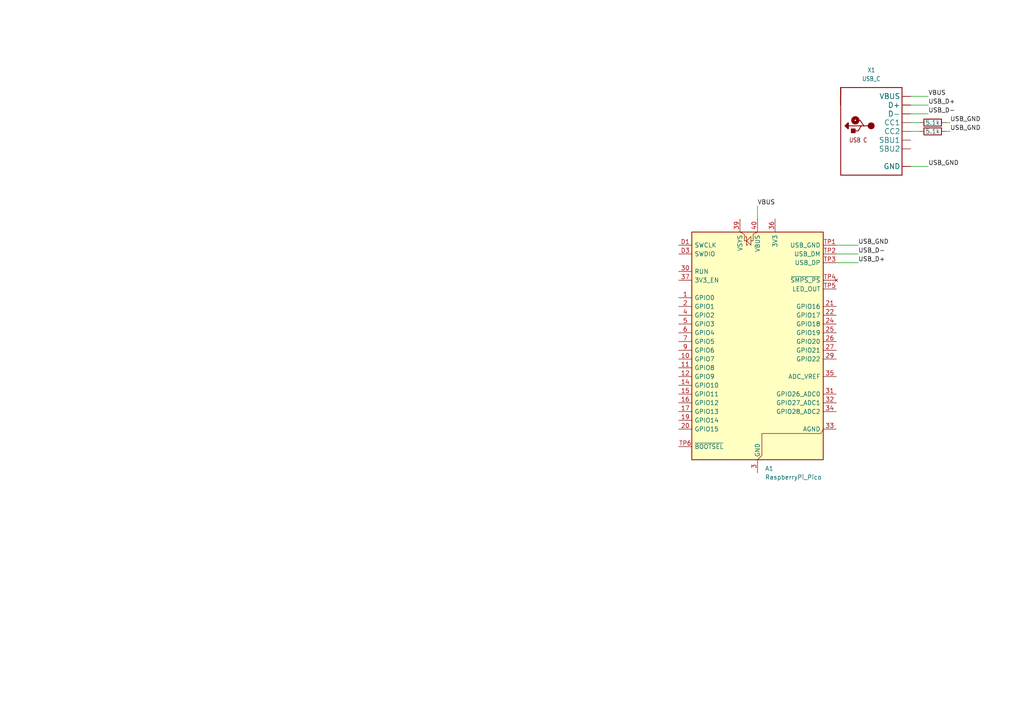
<source format=kicad_sch>
(kicad_sch (version 20250114) (generator "eeschema") (generator_version "9.0")
  (paper "A4")
  (lib_symbols
    (symbol "Device:R" (pin_numbers (hide yes)) (pin_names (offset 0))
      (property "Reference" "R" (at 2.032 0 90))
      (property "Value" "R" (at 0 0 90))
      (symbol "R_0_1"
        (rectangle (start -1.016 -2.54) (end 1.016 2.54) (stroke (width 0.254)))
      )
      (symbol "R_1_1"
        (pin passive line (at 0 3.81 270) (length 1.27) (name "~") (number "1"))
        (pin passive line (at 0 -3.81 90) (length 1.27) (name "~") (number "2"))
      )
    )
    (symbol "MCU_Module:RaspberryPi_Pico_Extensive" (pin_names (offset 0.762))
      (property "Reference" "A" (at -19.05 35.56 0))
      (property "Value" "RaspberryPi_Pico" (at 7.62 35.56 0))
      (symbol "RaspberryPi_Pico_Extensive_0_1"
        (rectangle (start -19.05 34.29) (end 19.05 -31.75) (stroke (width 0.254)) (fill (type background)))
        (polyline (pts (xy -5.08 34.29) (xy -3.81 33.655) (xy -3.81 31.75) (xy -3.175 31.75)))
        (polyline (pts (xy -3.429 32.766) (xy -3.429 33.02) (xy -3.175 33.02) (xy -3.175 30.48) (xy -2.921 30.48) (xy -2.921 30.734)))
        (polyline (pts (xy -3.175 31.75) (xy -1.905 33.02) (xy -1.905 30.48) (xy -3.175 31.75)))
        (polyline (pts (xy 0 34.29) (xy -1.27 33.655) (xy -1.27 31.75) (xy -1.905 31.75)))
        (polyline (pts (xy 0 -31.75) (xy 1.27 -30.48) (xy 1.27 -24.13) (xy 18.415 -24.13) (xy 19.05 -22.86)))
      )
      (symbol "RaspberryPi_Pico_Extensive_1_1"
        (pin input line (at -22.86 30.48 0) (length 3.81) (name "SWCLK") (number "D1"))
        (pin bidirectional line (at -22.86 27.94 0) (length 3.81) (name "SWDIO") (number "D3"))
        (pin passive line (at -22.86 22.86 0) (length 3.81) (name "RUN") (number "30"))
        (pin passive line (at -22.86 20.32 0) (length 3.81) (name "3V3_EN") (number "37"))
        (pin bidirectional line (at -22.86 15.24 0) (length 3.81) (name "GPIO0") (number "1"))
        (pin bidirectional line (at -22.86 12.7 0) (length 3.81) (name "GPIO1") (number "2"))
        (pin bidirectional line (at -22.86 10.16 0) (length 3.81) (name "GPIO2") (number "4"))
        (pin bidirectional line (at -22.86 7.62 0) (length 3.81) (name "GPIO3") (number "5"))
        (pin bidirectional line (at -22.86 5.08 0) (length 3.81) (name "GPIO4") (number "6"))
        (pin bidirectional line (at -22.86 2.54 0) (length 3.81) (name "GPIO5") (number "7"))
        (pin bidirectional line (at -22.86 0 0) (length 3.81) (name "GPIO6") (number "9"))
        (pin bidirectional line (at -22.86 -2.54 0) (length 3.81) (name "GPIO7") (number "10"))
        (pin bidirectional line (at -22.86 -5.08 0) (length 3.81) (name "GPIO8") (number "11"))
        (pin bidirectional line (at -22.86 -7.62 0) (length 3.81) (name "GPIO9") (number "12"))
        (pin bidirectional line (at -22.86 -10.16 0) (length 3.81) (name "GPIO10") (number "14"))
        (pin bidirectional line (at -22.86 -12.7 0) (length 3.81) (name "GPIO11") (number "15"))
        (pin bidirectional line (at -22.86 -15.24 0) (length 3.81) (name "GPIO12") (number "16"))
        (pin bidirectional line (at -22.86 -17.78 0) (length 3.81) (name "GPIO13") (number "17"))
        (pin bidirectional line (at -22.86 -20.32 0) (length 3.81) (name "GPIO14") (number "19"))
        (pin bidirectional line (at -22.86 -22.86 0) (length 3.81) (name "GPIO15") (number "20"))
        (pin input line (at -22.86 -27.94 0) (length 3.81) (name "~{BOOTSEL}") (number "TP6"))
        (pin power_in line (at -5.08 38.1 270) (length 3.81) (name "VSYS") (number "39"))
        (pin power_out line (at 0 38.1 270) (length 3.81) (name "VBUS") (number "40"))
        (pin passive line (at 0 -35.56 90) (length 3.81) (hide yes) (name "GND") (number "13"))
        (pin passive line (at 0 -35.56 90) (length 3.81) (hide yes) (name "GND") (number "18"))
        (pin passive line (at 0 -35.56 90) (length 3.81) (hide yes) (name "GND") (number "23"))
        (pin passive line (at 0 -35.56 90) (length 3.81) (hide yes) (name "GND") (number "28"))
        (pin power_out line (at 0 -35.56 90) (length 3.81) (name "GND") (number "3"))
        (pin passive line (at 0 -35.56 90) (length 3.81) (hide yes) (name "GND") (number "38"))
        (pin passive line (at 0 -35.56 90) (length 3.81) (hide yes) (name "GND") (number "8"))
        (pin passive line (at 0 -35.56 90) (length 3.81) (hide yes) (name "GND") (number "D2"))
        (pin power_out line (at 5.08 38.1 270) (length 3.81) (name "3V3") (number "36"))
        (pin power_out line (at 22.86 30.48 180) (length 3.81) (name "USB_GND") (number "TP1"))
        (pin bidirectional line (at 22.86 27.94 180) (length 3.81) (name "USB_DM") (number "TP2"))
        (pin bidirectional line (at 22.86 25.4 180) (length 3.81) (name "USB_DP") (number "TP3"))
        (pin no_connect line (at 22.86 20.32 180) (length 3.81) (name "~{SMPS_PS}") (number "TP4"))
        (pin output line (at 22.86 17.78 180) (length 3.81) (name "LED_OUT") (number "TP5"))
        (pin bidirectional line (at 22.86 12.7 180) (length 3.81) (name "GPIO16") (number "21"))
        (pin bidirectional line (at 22.86 10.16 180) (length 3.81) (name "GPIO17") (number "22"))
        (pin bidirectional line (at 22.86 7.62 180) (length 3.81) (name "GPIO18") (number "24"))
        (pin bidirectional line (at 22.86 5.08 180) (length 3.81) (name "GPIO19") (number "25"))
        (pin bidirectional line (at 22.86 2.54 180) (length 3.81) (name "GPIO20") (number "26"))
        (pin bidirectional line (at 22.86 0 180) (length 3.81) (name "GPIO21") (number "27"))
        (pin bidirectional line (at 22.86 -2.54 180) (length 3.81) (name "GPIO22") (number "29"))
        (pin power_in line (at 22.86 -7.62 180) (length 3.81) (name "ADC_VREF") (number "35"))
        (pin bidirectional line (at 22.86 -12.7 180) (length 3.81) (name "GPIO26_ADC0") (number "31"))
        (pin bidirectional line (at 22.86 -15.24 180) (length 3.81) (name "GPIO27_ADC1") (number "32"))
        (pin bidirectional line (at 22.86 -17.78 180) (length 3.81) (name "GPIO28_ADC2") (number "34"))
        (pin power_out line (at 22.86 -22.86 180) (length 3.81) (name "AGND") (number "33"))
      )
    )
    (symbol "macro-deck-imported:USB_C"
      (property "Reference" "X1" (at -10.16 -14.224 0))
      (property "Value" "USB_C" (at -10.16 -12.7 0))
      (symbol "USB_C_1_0"
        (polyline (pts (xy -10.2 7.62) (xy -10.16 12.7)) (stroke (width 0.254)))
        (polyline (pts (xy -10.16 12.7) (xy -10.16 -12.7)) (stroke (width 0.254)))
        (polyline (pts (xy -10.16 12.7) (xy 7.62 12.7)) (stroke (width 0.254)))
        (polyline (pts (xy -10.16 -12.7) (xy 7.62 -12.7)) (stroke (width 0.254)))
        (polyline (pts (xy -8.92 1.6) (xy -8.12 2.4)) (stroke (width 0.254)))
        (polyline (pts (xy -8.52 1.6) (xy -8.52 1.4)) (stroke (width 0.254)))
        (polyline (pts (xy -8.52 1.4) (xy -8.32 1.2)) (stroke (width 0.254)))
        (polyline (pts (xy -8.32 2) (xy -8.72 1.6)) (stroke (width 0.254)))
        (polyline (pts (xy -8.32 1.2) (xy -8.32 2)) (stroke (width 0.254)))
        (polyline (pts (xy -8.12 2.4) (xy -7.92 2.4)) (stroke (width 0.254)))
        (polyline (pts (xy -8.12 1) (xy -8.12 2.4)) (stroke (width 0.254)))
        (polyline (pts (xy -8.12 0.8) (xy -8.92 1.6)) (stroke (width 0.254)))
        (polyline (pts (xy -7.92 2.4) (xy -7.92 1.6)) (stroke (width 0.254)))
        (polyline (pts (xy -7.92 1.6) (xy -7.92 0.8)) (stroke (width 0.254)))
        (polyline (pts (xy -7.92 0.8) (xy -8.12 0.8)) (stroke (width 0.254)))
        (rectangle (start -7.12 -0.45) (end -5.92 0.75) (fill (type outline)))
        (polyline (pts (xy -6.27 0.15) (xy -5.07 0.15)) (stroke (width 0.254)))
        (circle (center -5.92 3.2) (radius 0.2) (stroke (width 1)))
        (polyline (pts (xy -5.52 3.2) (xy -4.52 3.2)) (stroke (width 0.254)))
        (polyline (pts (xy -5.07 0.15) (xy -4.22 1.6)) (stroke (width 0.254)))
        (polyline (pts (xy -4.52 3.2) (xy -3.47 1.6)) (stroke (width 0.254)))
        (polyline (pts (xy -4.22 1.6) (xy -7.92 1.6)) (stroke (width 0.254)))
        (polyline (pts (xy -3.47 1.6) (xy -4.22 1.6)) (stroke (width 0.254)))
        (circle (center -1.32 1.6) (radius 0.5) (stroke (width 1)))
        (polyline (pts (xy -1.32 1.6) (xy -3.47 1.6)) (stroke (width 0.254)))
        (polyline (pts (xy 7.62 12.7) (xy 7.62 -12.7)) (stroke (width 0.254)))
        (text "USB C" (at -5.08 -2.54 0) (effects (font (size 1.27 1.0795))))
        (pin power_in line (at 10.16 10.16 180) (length 2.54) (name "VBUS") (number "A4B9"))
        (pin power_in line (at 10.16 10.16 180) (length 2.54) (name "VBUS") (number "B4A9"))
        (pin bidirectional line (at 10.16 7.62 180) (length 2.54) (name "D+") (number "A6"))
        (pin bidirectional line (at 10.16 7.62 180) (length 2.54) (name "D+") (number "B6"))
        (pin bidirectional line (at 10.16 5.08 180) (length 2.54) (name "D-") (number "A7"))
        (pin bidirectional line (at 10.16 5.08 180) (length 2.54) (name "D-") (number "B7"))
        (pin bidirectional line (at 10.16 2.54 180) (length 2.54) (name "CC1") (number "A5"))
        (pin bidirectional line (at 10.16 0 180) (length 2.54) (name "CC2") (number "B5"))
        (pin bidirectional line (at 10.16 -2.54 180) (length 2.54) (name "SBU1") (number "A8"))
        (pin bidirectional line (at 10.16 -5.08 180) (length 2.54) (name "SBU2") (number "B8"))
        (pin power_in line (at 10.16 -10.16 180) (length 2.54) (name "GND") (number "A1B12"))
        (pin power_in line (at 10.16 -10.16 180) (length 2.54) (name "GND") (number "B1A12"))
      )
    )
  )
  (wire (pts (xy 242.57 71.12) (xy 248.92 71.12)))
  (wire (pts (xy 219.71 59.69) (xy 219.71 63.5)))
  (wire (pts (xy 274.32 35.56) (xy 275.59 35.56)))
  (wire (pts (xy 264.16 48.26) (xy 269.24 48.26)))
  (wire (pts (xy 264.16 30.48) (xy 269.24 30.48)))
  (wire (pts (xy 264.16 38.1) (xy 266.7 38.1)))
  (wire (pts (xy 264.16 27.94) (xy 269.24 27.94)))
  (wire (pts (xy 274.32 38.1) (xy 275.59 38.1)))
  (wire (pts (xy 242.57 73.66) (xy 248.92 73.66)))
  (wire (pts (xy 242.57 76.2) (xy 248.92 76.2)))
  (wire (pts (xy 264.16 35.56) (xy 266.7 35.56)))
  (wire (pts (xy 264.16 33.02) (xy 269.24 33.02)))
  (label "USB_D-" (at 269.24 33.02 0))
  (label "USB_D+" (at 269.24 30.48 0))
  (label "VBUS" (at 219.71 59.69 0))
  (label "USB_GND" (at 275.59 38.1 0))
  (label "USB_D+" (at 248.92 76.2 0))
  (label "USB_D-" (at 248.92 73.66 0))
  (label "VBUS" (at 269.24 27.94 0))
  (label "USB_GND" (at 269.24 48.26 0))
  (label "USB_GND" (at 248.92 71.12 0))
  (label "USB_GND" (at 275.59 35.56 0))
  (symbol (lib_id "Device:R") (at 270.51 38.1 90) (unit 1)
    (property "Reference" "R2" (effects (hide yes)))
    (property "Value" "5.1k" (at 270.51 38.1 90))
    (property "Description" "Resistor" (effects (hide yes)))
  )
  (symbol (lib_id "macro-deck-imported:USB_C") (at 254 38.1 0) (unit 1)
    (property "Reference" "X1" (at 252.71 20.32 0) (effects (font (size 1.27 1.0795))))
    (property "Value" "USB_C" (at 252.71 22.86 0) (effects (font (size 1.27 1.0795))))
    (property "Footprint" "macro-deck-imported:USB_C_CUSB31-CFM2AX-01-X" (effects (hide yes)))
  )
  (symbol (lib_id "MCU_Module:RaspberryPi_Pico_Extensive") (at 219.71 101.6 0) (unit 1)
    (property "Reference" "A1" (at 221.8533 135.89 0) (effects (justify left)))
    (property "Value" "RaspberryPi_Pico" (at 221.8533 138.43 0) (effects (justify left)))
    (property "Footprint" "Module:RaspberryPi_Pico_SMD" (effects (hide yes)))
    (property "Datasheet" "https://datasheets.raspberrypi.com/pico/pico-datasheet.pdf" (effects (hide yes)))
    (property "Description" "Versatile and inexpensive microcontroller module (with full pinout for test point and debug connections) powered by RP2040 dual-core Arm Cortex-M0+ processor up to 133 MHz, 264kB SRAM, 2MB QSPI flash; also supports Raspberry Pi Pico 2" (effects (hide yes)))
  )
  (symbol (lib_id "Device:R") (at 270.51 35.56 90) (unit 1)
    (property "Reference" "R1" (effects (hide yes)))
    (property "Value" "5.1k" (at 270.51 35.56 90))
    (property "Description" "Resistor" (effects (hide yes)))
  )
)
</source>
